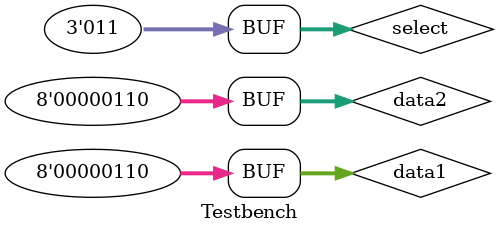
<source format=v>
module alu(DATA1, DATA2, RESULT, SELECT);
input [7:0] DATA1 , DATA2; // set data1 and data2 as 8 bit inputs
input [2:0] SELECT; // set select as 3 bit input
output reg [7:0] RESULT; // set result as 8 bit output register

// Initialize 8 bit wires for storing outputs of the functional modules. 
wire  [7:0] forward_o , add_o , and_o , or_o;


// create instances of each functional modules.
FORWARD forward (DATA2, forward_o); 
ADD add_ (DATA1 , DATA2, add_o); 
AND and_ (DATA1 , DATA2, and_o); 
OR or_ (DATA1 , DATA2, or_o);   


/* always block
   If output of any functional module instance changed (forward_o , add_o , and_o , or_o)
   this block will be executed.
*/ 
always @ (forward_o , add_o , and_o , or_o , SELECT)
    begin
    
        case (SELECT)
            3'b000: // If SELECT == 0
                begin
                    RESULT =  forward_o; // assign value of forward_o to RESULT
                end
                
            3'b001: // If SELECT == 1
                begin
                    RESULT =  add_o; // assign value of add_o to RESULT
                end
                
            3'b010: // If SELECT == 2
                begin
                    RESULT = and_o; // assign value of and_o to RESULT
                end
                
            3'b011: // If SELECT == 3
                begin
                    RESULT = or_o; // assign value of or_o to RESULT
                end
                
        endcase
    end
endmodule  


// FORWARD funtional module
module FORWARD(DATA2, RESULT);
input [7:0] DATA2 ; // set data2 as 8 bit input
output [7:0] RESULT; // set result as 8 bit output
// set result as 8 bit register.
reg [7:0] RESULT; 

/* always block
   Sensitivity list contains DATA2
   When DATA2 changes this block will be executed.
*/
always @ (DATA2)
        RESULT = #1 DATA2; // After 1 unit data2 will be assigned to result
endmodule  


// ADD funtional module
module ADD(DATA1, DATA2, RESULT);
input [7:0] DATA1 , DATA2; // set data1 and data2 as 8 bit inputs
output [7:0] RESULT; // set result as 8 bit output
reg [7:0] RESULT; // set result as 8 bit register.                               

/* always block
   Sensitivity list contains DATA1 and DATA2
   When DATA1 or DATA2 changes this block will be executed.
*/
always @ (DATA1, DATA2)
    RESULT = #2 DATA1 + DATA2; // After 2 units data + data2 will be assigned to result
endmodule 


// AND funtional module
module AND(DATA1, DATA2, RESULT);
input [7:0] DATA1 , DATA2; // set data1 and data2 as 8 bit inputs
output [7:0] RESULT; // set result as 8 bit output
reg [7:0] RESULT; // set result as 8 bit register                             

/* always block
   Sensitivity list contains DATA1 and DATA2
   When DATA1 or DATA2 changes this block will be executed.
*/
always @ (DATA1, DATA2)
    RESULT = #1 DATA1 & DATA2; // After 1 units data & data2 will be assigned to result
endmodule 

// OR funtional module
module OR(DATA1, DATA2, RESULT);
input [7:0] DATA1 , DATA2; // set data1 and data2 as 8 bit inputs
output [7:0] RESULT; // set result as 8 bit output
reg [7:0] RESULT; // set result as 8 bit register

/* always block
   Sensitivity list contains DATA1 and DATA2
   When DATA1 or DATA2 changes this block will be executed.
*/
always @ (DATA1, DATA2)
    RESULT = #1 DATA1 | DATA2; // After 1 units data | data2 will be assigned to result
endmodule 



// Test bench module for testing purposes
module Testbench; 
    /* data1 , data2 , select are registers. 
       They are used to give inputs for the alu module.
    */
    reg [7:0] data1 , data2; 
    reg [2:0] select; 

    // result is a 8 bit wire. This is used as the output of the alu module.
    wire [7:0] result; 
    
    // create instance of the alu module.
    alu alu_t (data1 , data2 , result , select); 
    
    /* Initail block
       This is used to change values of the input ports.
    */
    initial 
    begin
        // t = 0    data1 = 0   data2 = 0   select = 0 (FORWARD)
        data1 = 8'b00000000 ; data2 = 8'b00000000 ; select = 3'b000; 


        #5 
        // t = 5    data1 = 4   data2 = 6   select = 0 (FORWARD)
        data1 = 8'b00000100 ; data2 = 8'b00000110 ; select = 3'b000;

        #5 
        // t = 10    data1 = 4   data2 = 5   select = 1 (ADD)
        data1 = 8'b00000100 ; data2 = 8'b00000101 ; select = 3'b001;

        #5 
        // t = 15    data1 = 5   data2 = 2   select = 2 (AND)
        data1 = 8'b00000101 ; data2 = 8'b00000010 ; select = 3'b010;

        #5 
        // t = 20    data1 = 6   data2 = 6   select = 3 (OR)
        data2 = 8'b00000110 ; data1 = 8'b00000110 ; select = 3'b011;
    end 
    

    /* Initial block
       This is used for monitoring purposes.
    */
    initial  
    begin
        $monitor("%d,\t%b,\t%b,\t%b,\t%b",$time, data1,data2,select,result); 
        // $monitor("%d,\t%d,\t%d,\t%d,\t%d",$time, data1,data2,select,result); 
        $dumpfile ("simple_processor.vcd"); 
        $dumpvars; 
    end 
        
endmodule
</source>
